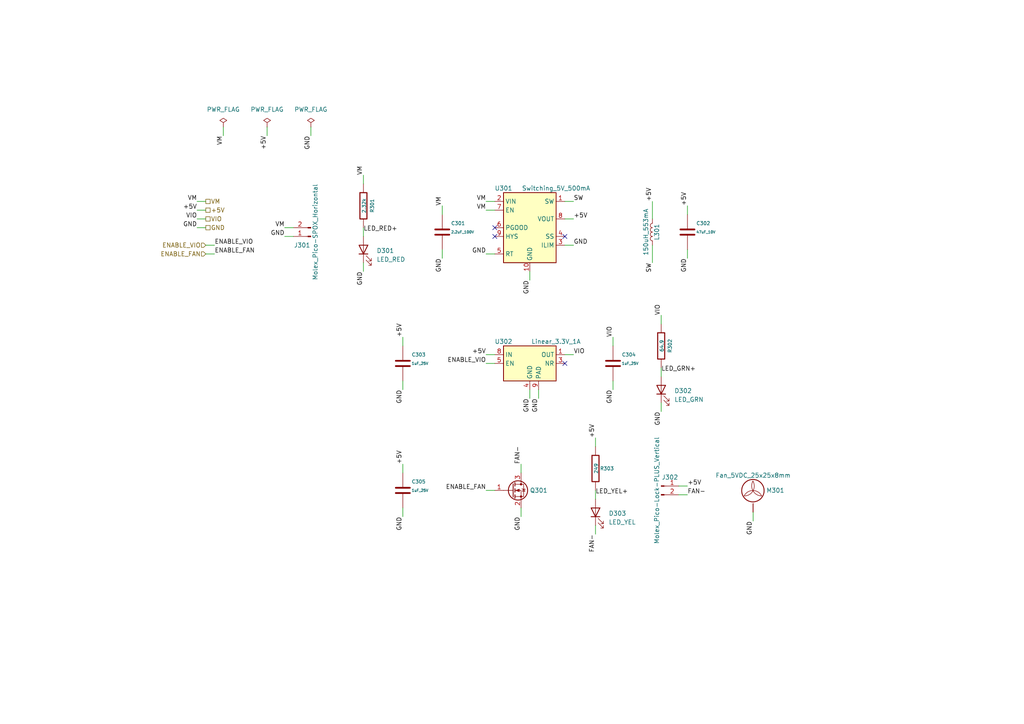
<source format=kicad_sch>
(kicad_sch (version 20230121) (generator eeschema)
  (paper "A4")
  (title_block (title "tmc5130-uart") (date "2024-05-10") (rev "1.0") (company "Howard Hughes Medical Institute"))
  (lib_symbols
    (symbol "Janelia:C_1uF_25V_0402" (pin_numbers hide) (pin_names (offset 0.254))
      (property "Reference" "C" (at 0 2.54 0))
      (property "Value" "1uF_25V" (at 0 0 0))
      (symbol "C_1uF_25V_0402_0_1"
        (polyline (pts (xy -2.032 -0.762) (xy 2.032 -0.762)) (stroke (width 0.508)))
        (polyline (pts (xy -2.032 0.762) (xy 2.032 0.762)) (stroke (width 0.508)))
      )
      (symbol "C_1uF_25V_0402_1_1"
        (pin passive line (at 0 5.08 270) (length 4.318) (name "~") (number "1"))
        (pin passive line (at 0 -5.08 90) (length 4.318) (name "~") (number "2"))
      )
    )
    (symbol "Janelia:C_2.2uF_100V_0805" (pin_numbers hide) (pin_names (offset 0.254))
      (property "Reference" "C" (at 0 2.54 0))
      (property "Value" "2.2uF_100V" (at 0 0 0))
      (symbol "C_2.2uF_100V_0805_0_1"
        (polyline (pts (xy -2.032 -0.762) (xy 2.032 -0.762)) (stroke (width 0.508)))
        (polyline (pts (xy -2.032 0.762) (xy 2.032 0.762)) (stroke (width 0.508)))
      )
      (symbol "C_2.2uF_100V_0805_1_1"
        (pin passive line (at 0 5.08 270) (length 4.318) (name "~") (number "1"))
        (pin passive line (at 0 -5.08 90) (length 4.318) (name "~") (number "2"))
      )
    )
    (symbol "Janelia:C_47uF_10V_0805" (pin_numbers hide) (pin_names (offset 0.254))
      (property "Reference" "C" (at 0 2.54 0))
      (property "Value" "47uF_10V" (at 0 0 0))
      (symbol "C_47uF_10V_0805_0_1"
        (polyline (pts (xy -2.032 -0.762) (xy 2.032 -0.762)) (stroke (width 0.508)))
        (polyline (pts (xy -2.032 0.762) (xy 2.032 0.762)) (stroke (width 0.508)))
      )
      (symbol "C_47uF_10V_0805_1_1"
        (pin passive line (at 0 5.08 270) (length 4.318) (name "~") (number "1"))
        (pin passive line (at 0 -5.08 90) (length 4.318) (name "~") (number "2"))
      )
    )
    (symbol "Janelia:Conn_01x02_P1.25mm_Molex_Micro-Lock-PLUS-505568_Vertical" (pin_names (offset 1.016) hide)
      (property "Reference" "J" (at 2.54 2.54 0))
      (property "Value" "Molex_Pico-Lock-PLUS_Vertical" (at -1.27 -1.27 90))
      (symbol "Conn_01x02_P1.25mm_Molex_Micro-Lock-PLUS-505568_Vertical_1_1"
        (polyline (pts (xy 1.27 -2.54) (xy 0.8636 -2.54)) (stroke (width 0.1524)))
        (polyline (pts (xy 1.27 0) (xy 0.8636 0)) (stroke (width 0.1524)))
        (rectangle (start 0.8636 -2.413) (end 0 -2.667) (stroke (width 0.1524)) (fill (type outline)))
        (rectangle (start 0.8636 0.127) (end 0 -0.127) (stroke (width 0.1524)) (fill (type outline)))
        (pin passive line (at 5.08 0 180) (length 3.81) (name "Pin_1") (number "1"))
        (pin passive line (at 5.08 -2.54 180) (length 3.81) (name "Pin_2") (number "2"))
      )
    )
    (symbol "Janelia:Conn_01x02_P1.5mm_Molex_Pico-SPOX-87438_Horizontal" (pin_names (offset 1.016) hide)
      (property "Reference" "J" (at 2.54 2.54 0))
      (property "Value" "Molex_Pico-SPOX_Horizontal" (at -1.27 -1.27 90))
      (symbol "Conn_01x02_P1.5mm_Molex_Pico-SPOX-87438_Horizontal_1_1"
        (polyline (pts (xy 1.27 -2.54) (xy 0.8636 -2.54)) (stroke (width 0.1524)))
        (polyline (pts (xy 1.27 0) (xy 0.8636 0)) (stroke (width 0.1524)))
        (rectangle (start 0.8636 -2.413) (end 0 -2.667) (stroke (width 0.1524)) (fill (type outline)))
        (rectangle (start 0.8636 0.127) (end 0 -0.127) (stroke (width 0.1524)) (fill (type outline)))
        (pin passive line (at 5.08 0 180) (length 3.81) (name "Pin_1") (number "1"))
        (pin passive line (at 5.08 -2.54 180) (length 3.81) (name "Pin_2") (number "2"))
      )
    )
    (symbol "Janelia:Fan_5VDC_25x25x8mm" (pin_numbers hide) (pin_names (offset 0) hide)
      (property "Reference" "M" (at 3.81 0 0))
      (property "Value" "Fan_5VDC_25x25x8mm" (at 0 5.08 0))
      (symbol "Fan_5VDC_25x25x8mm_0_1"
        (arc (start -2.607 -1.5967) (mid -0.0684 -0.1839) (end -0.067 2.7213))
        (circle (center -0.067 -0.0727) (radius 3.2512) (stroke (width 0.254)))
        (arc (start -0.067 2.7213) (mid -0.0202 -0.1573) (end 2.473 -1.5967))
        (arc (start 2.473 -1.5967) (mid -0.067 -0.0269) (end -2.607 -1.5967))
      )
      (symbol "Fan_5VDC_25x25x8mm_1_1"
        (pin passive line (at 0 -6.35 90) (length 2.54) (name "1") (number "1"))
        (pin passive line (at 0 -6.35 90) (length 2.54) (name "2") (number "2"))
        (pin passive line (at 0 -6.35 90) (length 2.54) (name "3") (number "3"))
      )
    )
    (symbol "Janelia:LED_KNB_20mA_GRN_2.1V_0402" (pin_numbers hide) (pin_names (offset 1.016) hide)
      (property "Reference" "D" (at 0 2.54 0))
      (property "Value" "LED_GRN" (at 0 -2.54 0))
      (symbol "LED_KNB_20mA_GRN_2.1V_0402_0_1"
        (polyline (pts (xy -1.27 -1.27) (xy -1.27 1.27)) (stroke (width 0.254)))
        (polyline (pts (xy -1.27 0) (xy 1.27 0)))
        (polyline (pts (xy 1.27 -1.27) (xy 1.27 1.27) (xy -1.27 0) (xy 1.27 -1.27)) (stroke (width 0.254)))
        (polyline (pts (xy -3.048 -0.762) (xy -4.572 -2.286) (xy -3.81 -2.286) (xy -4.572 -2.286) (xy -4.572 -1.524)))
        (polyline (pts (xy -1.778 -0.762) (xy -3.302 -2.286) (xy -2.54 -2.286) (xy -3.302 -2.286) (xy -3.302 -1.524)))
      )
      (symbol "LED_KNB_20mA_GRN_2.1V_0402_1_1"
        (pin passive line (at -3.81 0 0) (length 2.54) (name "K") (number "1"))
        (pin passive line (at 3.81 0 180) (length 2.54) (name "A") (number "2"))
      )
    )
    (symbol "Janelia:LED_KNB_20mA_RED_1.95V_0402" (pin_numbers hide) (pin_names (offset 1.016) hide)
      (property "Reference" "D" (at 0 2.54 0))
      (property "Value" "LED_RED" (at 0 -2.54 0))
      (symbol "LED_KNB_20mA_RED_1.95V_0402_0_1"
        (polyline (pts (xy -1.27 -1.27) (xy -1.27 1.27)) (stroke (width 0.254)))
        (polyline (pts (xy -1.27 0) (xy 1.27 0)))
        (polyline (pts (xy 1.27 -1.27) (xy 1.27 1.27) (xy -1.27 0) (xy 1.27 -1.27)) (stroke (width 0.254)))
        (polyline (pts (xy -3.048 -0.762) (xy -4.572 -2.286) (xy -3.81 -2.286) (xy -4.572 -2.286) (xy -4.572 -1.524)))
        (polyline (pts (xy -1.778 -0.762) (xy -3.302 -2.286) (xy -2.54 -2.286) (xy -3.302 -2.286) (xy -3.302 -1.524)))
      )
      (symbol "LED_KNB_20mA_RED_1.95V_0402_1_1"
        (pin passive line (at -3.81 0 0) (length 2.54) (name "K") (number "1"))
        (pin passive line (at 3.81 0 180) (length 2.54) (name "A") (number "2"))
      )
    )
    (symbol "Janelia:LED_KNB_20mA_YEL_2V_0402" (pin_numbers hide) (pin_names (offset 1.016) hide)
      (property "Reference" "D" (at 0 2.54 0))
      (property "Value" "LED_YEL" (at 0 -2.54 0))
      (symbol "LED_KNB_20mA_YEL_2V_0402_0_1"
        (polyline (pts (xy -1.27 -1.27) (xy -1.27 1.27)) (stroke (width 0.254)))
        (polyline (pts (xy -1.27 0) (xy 1.27 0)))
        (polyline (pts (xy 1.27 -1.27) (xy 1.27 1.27) (xy -1.27 0) (xy 1.27 -1.27)) (stroke (width 0.254)))
        (polyline (pts (xy -3.048 -0.762) (xy -4.572 -2.286) (xy -3.81 -2.286) (xy -4.572 -2.286) (xy -4.572 -1.524)))
        (polyline (pts (xy -1.778 -0.762) (xy -3.302 -2.286) (xy -2.54 -2.286) (xy -3.302 -2.286) (xy -3.302 -1.524)))
      )
      (symbol "LED_KNB_20mA_YEL_2V_0402_1_1"
        (pin passive line (at -3.81 0 0) (length 2.54) (name "K") (number "1"))
        (pin passive line (at 3.81 0 180) (length 2.54) (name "A") (number "2"))
      )
    )
    (symbol "Janelia:L_150uH_553mA" (pin_numbers hide) (pin_names (offset 1.016) hide)
      (property "Reference" "L" (at -1.27 0 90))
      (property "Value" "150uH_553mA" (at 1.905 0 90))
      (symbol "L_150uH_553mA_0_1"
        (arc (start 0 -2.54) (mid 0.6323 -1.905) (end 0 -1.27))
        (arc (start 0 -1.27) (mid 0.6323 -0.635) (end 0 0))
        (arc (start 0 0) (mid 0.6323 0.635) (end 0 1.27))
        (arc (start 0 1.27) (mid 0.6323 1.905) (end 0 2.54))
      )
      (symbol "L_150uH_553mA_1_1"
        (pin passive line (at 0 3.81 270) (length 1.27) (name "1") (number "1"))
        (pin passive line (at 0 -3.81 90) (length 1.27) (name "2") (number "2"))
      )
    )
    (symbol "Janelia:MOSFET-N-CH-EN-CSD17483F4" (pin_names hide)
      (property "Reference" "Q" (at 5.08 0 0))
      (symbol "MOSFET-N-CH-EN-CSD17483F4_0_1"
        (polyline (pts (xy 0.254 0) (xy -2.54 0)))
        (polyline (pts (xy 0.254 1.905) (xy 0.254 -1.905)) (stroke (width 0.254)))
        (polyline (pts (xy 0.762 -1.27) (xy 0.762 -2.286)) (stroke (width 0.254)))
        (polyline (pts (xy 0.762 0.508) (xy 0.762 -0.508)) (stroke (width 0.254)))
        (polyline (pts (xy 0.762 2.286) (xy 0.762 1.27)) (stroke (width 0.254)))
        (polyline (pts (xy 2.54 2.54) (xy 2.54 1.778)))
        (polyline (pts (xy 2.54 -2.54) (xy 2.54 0) (xy 0.762 0)))
        (polyline (pts (xy 0.762 -1.778) (xy 3.302 -1.778) (xy 3.302 1.778) (xy 0.762 1.778)))
        (polyline (pts (xy 1.016 0) (xy 2.032 0.381) (xy 2.032 -0.381) (xy 1.016 0)) (fill (type outline)))
        (polyline (pts (xy 2.794 0.508) (xy 2.921 0.381) (xy 3.683 0.381) (xy 3.81 0.254)))
        (polyline (pts (xy 3.302 0.381) (xy 2.921 -0.254) (xy 3.683 -0.254) (xy 3.302 0.381)))
        (circle (center 1.651 0) (radius 2.794) (stroke (width 0.254)))
        (circle (center 2.54 -1.778) (radius 0.254) (fill (type outline)))
        (circle (center 2.54 1.778) (radius 0.254) (fill (type outline)))
      )
      (symbol "MOSFET-N-CH-EN-CSD17483F4_1_1"
        (pin input line (at -5.08 0 0) (length 2.54) (name "G") (number "1"))
        (pin passive line (at 2.54 -5.08 90) (length 2.54) (name "S") (number "2"))
        (pin passive line (at 2.54 5.08 270) (length 2.54) (name "D") (number "3"))
      )
    )
    (symbol "Janelia:R_2.32k_1W_0805" (pin_numbers hide) (pin_names (offset 0))
      (property "Reference" "R" (at 2.032 0 90))
      (property "Value" "2.32k" (at 0.1778 0.0254 90))
      (symbol "R_2.32k_1W_0805_0_1"
        (rectangle (start -1.016 3.81) (end 1.016 -3.81) (stroke (width 0.3048)))
      )
      (symbol "R_2.32k_1W_0805_1_1"
        (pin passive line (at 0 6.35 270) (length 2.54) (name "~") (number "1"))
        (pin passive line (at 0 -6.35 90) (length 2.54) (name "~") (number "2"))
      )
    )
    (symbol "Janelia:R_249_0.06W_0402" (pin_numbers hide) (pin_names (offset 0))
      (property "Reference" "R" (at 2.032 0 90))
      (property "Value" "249" (at 0.1778 0.0254 90))
      (symbol "R_249_0.06W_0402_0_1"
        (rectangle (start -1.016 3.81) (end 1.016 -3.81) (stroke (width 0.3048)))
      )
      (symbol "R_249_0.06W_0402_1_1"
        (pin passive line (at 0 6.35 270) (length 2.54) (name "~") (number "1"))
        (pin passive line (at 0 -6.35 90) (length 2.54) (name "~") (number "2"))
      )
    )
    (symbol "Janelia:R_64.9_0.1W_0402" (pin_numbers hide) (pin_names (offset 0))
      (property "Reference" "R" (at 2.032 0 90))
      (property "Value" "64.9" (at 0.1778 0.0254 90))
      (symbol "R_64.9_0.1W_0402_0_1"
        (rectangle (start -1.016 3.81) (end 1.016 -3.81) (stroke (width 0.3048)))
      )
      (symbol "R_64.9_0.1W_0402_1_1"
        (pin passive line (at 0 6.35 270) (length 2.54) (name "~") (number "1"))
        (pin passive line (at 0 -6.35 90) (length 2.54) (name "~") (number "2"))
      )
    )
    (symbol "Janelia:Regulator_Linear_3.3V_1A_5.5Vin_TPS73733QDRBRQ1"
      (property "Reference" "U" (at -7.62 6.35 0))
      (property "Value" "Linear_3.3V_1A" (at 7.62 6.35 0))
      (symbol "Regulator_Linear_3.3V_1A_5.5Vin_TPS73733QDRBRQ1_0_1"
        (rectangle (start -7.62 -5.08) (end 7.62 5.08) (stroke (width 0.254)) (fill (type background)))
      )
      (symbol "Regulator_Linear_3.3V_1A_5.5Vin_TPS73733QDRBRQ1_1_1"
        (pin power_out line (at 10.16 2.54 180) (length 2.54) (name "OUT") (number "1"))
        (pin no_connect line (at 5.08 -7.62 90) (length 2.54) hide (name "2") (number "2"))
        (pin passive line (at 10.16 0 180) (length 2.54) (name "NR") (number "3"))
        (pin power_in line (at 0 -7.62 90) (length 2.54) (name "GND") (number "4"))
        (pin input line (at -10.16 0 0) (length 2.54) (name "EN") (number "5"))
        (pin no_connect line (at -2.54 -7.62 90) (length 2.54) hide (name "6") (number "6"))
        (pin no_connect line (at -10.16 -2.54 0) (length 2.54) hide (name "7") (number "7"))
        (pin power_in line (at -10.16 2.54 0) (length 2.54) (name "IN") (number "8"))
        (pin power_in line (at 2.54 -7.62 90) (length 2.54) (name "PAD") (number "9"))
      )
    )
    (symbol "Janelia:Regulator_Switching_5V_500mA_LM5166X"
      (property "Reference" "U" (at -7.62 11.43 0))
      (property "Value" "Switching_5V_500mA" (at 7.62 11.43 0))
      (symbol "Regulator_Switching_5V_500mA_LM5166X_0_1"
        (rectangle (start -7.62 10.16) (end 7.62 -10.16) (stroke (width 0.254)) (fill (type background)))
      )
      (symbol "Regulator_Switching_5V_500mA_LM5166X_1_1"
        (pin power_out line (at 10.16 7.62 180) (length 2.54) (name "SW") (number "1"))
        (pin power_in line (at 0 -12.7 90) (length 2.54) (name "GND") (number "10"))
        (pin passive line (at 0 -12.7 90) (length 2.54) hide (name "GND") (number "11"))
        (pin power_in line (at -10.16 7.62 0) (length 2.54) (name "VIN") (number "2"))
        (pin input line (at 10.16 -5.08 180) (length 2.54) (name "ILIM") (number "3"))
        (pin input line (at 10.16 -2.54 180) (length 2.54) (name "SS") (number "4"))
        (pin input line (at -10.16 -7.62 0) (length 2.54) (name "RT") (number "5"))
        (pin output line (at -10.16 0 0) (length 2.54) (name "PGOOD") (number "6"))
        (pin input line (at -10.16 5.08 0) (length 2.54) (name "EN") (number "7"))
        (pin input line (at 10.16 2.54 180) (length 2.54) (name "VOUT") (number "8"))
        (pin output line (at -10.16 -2.54 0) (length 2.54) (name "HYS") (number "9"))
      )
    )
    (symbol "power:PWR_FLAG" (power) (pin_numbers hide) (pin_names (offset 0) hide)
      (property "Value" "PWR_FLAG" (at 0 3.81 0))
      (symbol "PWR_FLAG_0_0"
        (pin power_out line (at 0 0 90) (length 0) (name "pwr") (number "1"))
      )
      (symbol "PWR_FLAG_0_1"
        (polyline (pts (xy 0 0) (xy 0 1.27) (xy -1.016 1.905) (xy 0 2.54) (xy 1.016 1.905) (xy 0 1.27)))
      )
    )
  )
  (no_connect (at 163.83 68.58))
  (no_connect (at 143.51 66.04))
  (no_connect (at 143.51 68.58))
  (no_connect (at 163.83 105.41))
  (wire (pts (xy 196.85 140.97) (xy 199.39 140.97)))
  (wire (pts (xy 151.13 137.16) (xy 151.13 134.62)))
  (wire (pts (xy 189.23 58.42) (xy 189.23 63.5)))
  (wire (pts (xy 156.21 113.03) (xy 156.21 115.57)))
  (wire (pts (xy 59.69 66.04) (xy 57.15 66.04)))
  (wire (pts (xy 191.77 93.98) (xy 191.77 91.44)))
  (wire (pts (xy 218.44 148.59) (xy 218.44 151.13)))
  (wire (pts (xy 116.84 100.33) (xy 116.84 97.79)))
  (wire (pts (xy 196.85 143.51) (xy 199.39 143.51)))
  (wire (pts (xy 177.8 100.33) (xy 177.8 97.79)))
  (wire (pts (xy 177.8 110.49) (xy 177.8 113.03)))
  (wire (pts (xy 128.27 62.23) (xy 128.27 59.69)))
  (wire (pts (xy 90.17 36.83) (xy 90.17 39.37)))
  (wire (pts (xy 143.51 142.24) (xy 140.97 142.24)))
  (wire (pts (xy 163.83 58.42) (xy 166.37 58.42)))
  (wire (pts (xy 77.47 36.83) (xy 77.47 39.37)))
  (wire (pts (xy 116.84 137.16) (xy 116.84 134.62)))
  (wire (pts (xy 143.51 102.87) (xy 140.97 102.87)))
  (wire (pts (xy 153.67 78.74) (xy 153.67 81.28)))
  (wire (pts (xy 59.69 71.12) (xy 62.23 71.12)))
  (wire (pts (xy 128.27 72.39) (xy 128.27 74.93)))
  (wire (pts (xy 191.77 116.84) (xy 191.77 119.38)))
  (wire (pts (xy 59.69 73.66) (xy 62.23 73.66)))
  (wire (pts (xy 172.72 152.4) (xy 172.72 154.94)))
  (wire (pts (xy 59.69 60.96) (xy 57.15 60.96)))
  (wire (pts (xy 163.83 71.12) (xy 166.37 71.12)))
  (wire (pts (xy 189.23 71.12) (xy 189.23 76.2)))
  (wire (pts (xy 153.67 113.03) (xy 153.67 115.57)))
  (wire (pts (xy 191.77 106.68) (xy 191.77 109.22)))
  (wire (pts (xy 143.51 58.42) (xy 140.97 58.42)))
  (wire (pts (xy 199.39 62.23) (xy 199.39 59.69)))
  (wire (pts (xy 105.41 53.34) (xy 105.41 50.8)))
  (wire (pts (xy 116.84 110.49) (xy 116.84 113.03)))
  (wire (pts (xy 105.41 76.2) (xy 105.41 78.74)))
  (wire (pts (xy 172.72 142.24) (xy 172.72 144.78)))
  (wire (pts (xy 105.41 66.04) (xy 105.41 68.58)))
  (wire (pts (xy 143.51 73.66) (xy 140.97 73.66)))
  (wire (pts (xy 59.69 58.42) (xy 57.15 58.42)))
  (wire (pts (xy 199.39 72.39) (xy 199.39 74.93)))
  (wire (pts (xy 85.09 66.04) (xy 82.55 66.04)))
  (wire (pts (xy 85.09 68.58) (xy 82.55 68.58)))
  (wire (pts (xy 151.13 147.32) (xy 151.13 149.86)))
  (wire (pts (xy 163.83 63.5) (xy 166.37 63.5)))
  (wire (pts (xy 143.51 105.41) (xy 140.97 105.41)))
  (wire (pts (xy 172.72 129.54) (xy 172.72 127)))
  (wire (pts (xy 59.69 63.5) (xy 57.15 63.5)))
  (wire (pts (xy 64.77 36.83) (xy 64.77 39.37)))
  (wire (pts (xy 143.51 60.96) (xy 140.97 60.96)))
  (wire (pts (xy 163.83 102.87) (xy 166.37 102.87)))
  (wire (pts (xy 116.84 147.32) (xy 116.84 149.86)))
  (label "ENABLE_VIO" (at 140.97 105.41 180))
  (label "+5V" (at 140.97 102.87 180))
  (label "+5V" (at 116.84 97.79 90))
  (label "GND" (at 90.17 39.37 270))
  (label "VIO" (at 177.8 97.79 90))
  (label "GND" (at 105.41 78.74 270))
  (label "VM" (at 105.41 50.8 90))
  (label "GND" (at 140.97 73.66 180))
  (label "GND" (at 82.55 68.58 180))
  (label "+5V" (at 172.72 127 90))
  (label "GND" (at 177.8 113.03 270))
  (label "VM" (at 82.55 66.04 180))
  (label "ENABLE_FAN" (at 62.23 73.66 0))
  (label "GND" (at 116.84 149.86 270))
  (label "+5V" (at 166.37 63.5 0))
  (label "VM" (at 140.97 58.42 180))
  (label "VM" (at 128.27 59.69 90))
  (label "+5V" (at 199.39 140.97 0))
  (label "GND" (at 116.84 113.03 270))
  (label "FAN-" (at 199.39 143.51 0))
  (label "VIO" (at 166.37 102.87 0))
  (label "GND" (at 166.37 71.12 0))
  (label "VM" (at 140.97 60.96 180))
  (label "+5V" (at 116.84 134.62 90))
  (label "GND" (at 199.39 74.93 270))
  (label "FAN-" (at 172.72 154.94 270))
  (label "+5V" (at 189.23 58.42 90))
  (label "GND" (at 128.27 74.93 270))
  (label "SW" (at 166.37 58.42 0))
  (label "GND" (at 218.44 151.13 270))
  (label "LED_GRN+" (at 191.77 107.95 0))
  (label "LED_RED+" (at 105.41 67.31 0))
  (label "LED_YEL+" (at 172.72 143.51 0))
  (label "VM" (at 57.15 58.42 180))
  (label "VM" (at 64.77 39.37 270))
  (label "GND" (at 57.15 66.04 180))
  (label "+5V" (at 57.15 60.96 180))
  (label "GND" (at 153.67 81.28 270))
  (label "GND" (at 151.13 149.86 270))
  (label "VIO" (at 191.77 91.44 90))
  (label "FAN-" (at 151.13 134.62 90))
  (label "GND" (at 191.77 119.38 270))
  (label "ENABLE_FAN" (at 140.97 142.24 180))
  (label "GND" (at 153.67 115.57 270))
  (label "ENABLE_VIO" (at 62.23 71.12 0))
  (label "GND" (at 156.21 115.57 270))
  (label "+5V" (at 199.39 59.69 90))
  (label "+5V" (at 77.47 39.37 270))
  (label "SW" (at 189.23 76.2 270))
  (label "VIO" (at 57.15 63.5 180))
  (hierarchical_label "+5V" (shape passive) (at 59.69 60.96 0))
  (hierarchical_label "VIO" (shape passive) (at 59.69 63.5 0))
  (hierarchical_label "ENABLE_FAN" (shape input) (at 59.69 73.66 180))
  (hierarchical_label "GND" (shape passive) (at 59.69 66.04 0))
  (hierarchical_label "VM" (shape passive) (at 59.69 58.42 0))
  (hierarchical_label "ENABLE_VIO" (shape input) (at 59.69 71.12 180))
  (symbol (lib_id "Janelia:LED_KNB_20mA_YEL_2V_0402") (at 172.72 148.59 90) (unit 1)
    (property "Reference" "D303" (at 176.53 148.9075 90) (effects (justify right)))
    (property "Value" "LED_YEL" (at 176.53 151.4475 90) (effects (justify right)))
    (property "Footprint" "Janelia:LED_0402-1005_KNB" (effects hide))
    (property "Synopsis" "LED YELLOW CLEAR CHIP SMD" (effects hide))
    (property "Package" "0402" (effects hide))
    (property "Manufacturer" "Kingbright" (effects hide))
    (property "Manufacturer Part Number" "APHHS1005SYCK" (effects hide))
    (property "Vendor" "Digi-Key" (effects hide))
    (property "Vendor Part Number" "754-1105-1-ND" (effects hide))
    (property "LCSC" "C5875733" (effects hide))
  )
  (symbol (lib_id "Janelia:Regulator_Linear_3.3V_1A_5.5Vin_TPS73733QDRBRQ1") (at 153.67 105.41 0) (unit 1)
    (property "Reference" "U302" (at 146.05 99.06 0))
    (property "Value" "Linear_3.3V_1A" (at 161.29 99.06 0))
    (property "Footprint" "Janelia:TPS737Q1" (effects hide))
    (property "Synopsis" "IC REG LINEAR 3.3V 1A" (effects hide))
    (property "Package" "VSON-8-EP(3x3)" (effects hide))
    (property "Manufacturer" "Texas Instruments" (effects hide))
    (property "Manufacturer Part Number" "TPS73733QDRBRQ1" (effects hide))
    (property "Vendor" "Digi-Key" (effects hide))
    (property "Vendor Part Number" "296-24157-1-ND" (effects hide))
    (property "LCSC" "C523768" (effects hide))
  )
  (symbol (lib_id "power:PWR_FLAG") (at 90.17 36.83 0) (unit 1)
    (property "Reference" "#FLG0303" (effects hide))
    (property "Value" "PWR_FLAG" (at 90.17 31.75 0))
  )
  (symbol (lib_id "Janelia:Conn_01x02_P1.25mm_Molex_Micro-Lock-PLUS-505568_Vertical") (at 191.77 140.97 0) (unit 1)
    (property "Reference" "J302" (at 194.31 138.43 0))
    (property "Value" "Molex_Pico-Lock-PLUS_Vertical" (at 190.5 142.24 90))
    (property "Footprint" "Janelia:Molex_Micro-Lock-PLUS-505568_1x02_P1.25mm_Vertical" (effects hide))
    (property "Synopsis" "CONN HEADER SMD 2POS 1.25MM" (effects hide))
    (property "Manufacturer" "Molex" (effects hide))
    (property "Manufacturer Part Number" "5055680281" (effects hide))
    (property "Vendor" "Digi-Key" (effects hide))
    (property "Vendor Part Number" "WM26831CT-ND" (effects hide))
    (property "LCSC" "C17180191" (effects hide))
    (property "Package" "SMD" (effects hide))
  )
  (symbol (lib_id "Janelia:C_47uF_10V_0805") (at 199.39 67.31 0) (unit 1)
    (property "Reference" "C302" (at 201.93 64.77 0) (effects (font (size 1.016 1.016)) (justify left)))
    (property "Value" "47uF_10V" (at 201.93 67.31 0) (effects (font (size 0.762 0.762)) (justify left)))
    (property "Footprint" "Janelia:C_0805_2012Metric" (effects hide))
    (property "Vendor" "Digi-Key" (effects hide))
    (property "Vendor Part Number" "445-8239-1-ND" (effects hide))
    (property "Package" "0805" (effects hide))
    (property "Manufacturer" "TDK Corporation" (effects hide))
    (property "Manufacturer Part Number" "C2012X5R1A476M125AC" (effects hide))
    (property "Synopsis" "CAP CER 47UF 10V X5R" (effects hide))
    (property "LCSC" "C2182652" (effects hide))
  )
  (symbol (lib_id "Janelia:L_150uH_553mA") (at 189.23 67.31 180) (unit 1)
    (property "Reference" "L301" (at 190.5 67.31 90))
    (property "Value" "150uH_553mA" (at 187.325 67.31 90))
    (property "Footprint" "Janelia:IND_CB_SD25" (effects hide))
    (property "Manufacturer" "Eaton - Electronics Division" (effects hide))
    (property "Manufacturer Part Number" "SD25-151-R" (effects hide))
    (property "Vendor" "Digi-Key" (effects hide))
    (property "Vendor Part Number" "283-4694-1-ND" (effects hide))
    (property "Synopsis" "FIXED IND 150UH 553MA 872.3 MOHM" (effects hide))
    (property "LCSC" "C2453193" (effects hide))
    (property "Package" "SMD-4P_5.2x5.2mm" (effects hide))
  )
  (symbol (lib_id "Janelia:R_249_0.06W_0402") (at 172.72 135.89 0) (unit 1)
    (property "Reference" "R303" (at 173.99 135.89 0) (effects (font (size 1.016 1.016)) (justify left)))
    (property "Value" "249" (at 172.8978 135.8646 90) (effects (font (size 1.016 1.016))))
    (property "Footprint" "Janelia:R_0402_1005Metric" (effects hide))
    (property "Vendor" "Digi-Key" (effects hide))
    (property "Vendor Part Number" "541-249LCT-ND" (effects hide))
    (property "Synopsis" "RES SMD 249 OHM 1% 1/16W" (effects hide))
    (property "Package" "0402" (effects hide))
    (property "Manufacturer" "Vishay Dale" (effects hide))
    (property "Manufacturer Part Number" "CRCW0402249RFKED" (effects hide))
    (property "LCSC" "C482112" (effects hide))
  )
  (symbol (lib_id "Janelia:Conn_01x02_P1.5mm_Molex_Pico-SPOX-87438_Horizontal") (at 90.17 68.58 180) (unit 1)
    (property "Reference" "J301" (at 87.63 71.12 0))
    (property "Value" "Molex_Pico-SPOX_Horizontal" (at 91.44 67.31 90))
    (property "Footprint" "Janelia:Molex_Pico-SPOX-87438_1x02-P1.5mm_Horizontal" (effects hide))
    (property "Manufacturer" "Molex" (effects hide))
    (property "Manufacturer Part Number" "0874380243" (effects hide))
    (property "Vendor" "Digi-Key" (effects hide))
    (property "Vendor Part Number" "WM7646CT-ND" (effects hide))
    (property "Synopsis" "CONN HEADER SMD R/A 2POS 1.5MM" (effects hide))
    (property "LCSC" "C240853" (effects hide))
    (property "Package" "SMD_P=1.5mm" (effects hide))
  )
  (symbol (lib_id "Janelia:C_1uF_25V_0402") (at 177.8 105.41 0) (unit 1)
    (property "Reference" "C304" (at 180.34 102.87 0) (effects (font (size 1.016 1.016)) (justify left)))
    (property "Value" "1uF_25V" (at 180.34 105.41 0) (effects (font (size 0.762 0.762)) (justify left)))
    (property "Footprint" "Janelia:C_0402_1005Metric" (effects hide))
    (property "Vendor" "Digi-Key" (effects hide))
    (property "Vendor Part Number" "490-12263-1-ND" (effects hide))
    (property "Synopsis" "CAP CER 1UF 25V X5R" (effects hide))
    (property "Package" "0402" (effects hide))
    (property "Manufacturer" "Murata Electronics" (effects hide))
    (property "Manufacturer Part Number" "GRT155R61E105KE01D" (effects hide))
    (property "LCSC" "C711085" (effects hide))
  )
  (symbol (lib_id "Janelia:C_2.2uF_100V_0805") (at 128.27 67.31 0) (unit 1)
    (property "Reference" "C301" (at 130.81 64.77 0) (effects (font (size 1.016 1.016)) (justify left)))
    (property "Value" "2.2uF_100V" (at 130.81 67.31 0) (effects (font (size 0.762 0.762)) (justify left)))
    (property "Footprint" "Janelia:C_0805_2012Metric" (effects hide))
    (property "Vendor" "Digi-Key" (effects hide))
    (property "Vendor Part Number" "490-GRM21BD72A225KE01LCT-ND" (effects hide))
    (property "Package" "0805" (effects hide))
    (property "Manufacturer" "Murata Electronics" (effects hide))
    (property "Manufacturer Part Number" "GRM21BD72A225KE01L" (effects hide))
    (property "Synopsis" "CAP CER 2.2UF 100V X7T 0805" (effects hide))
    (property "LCSC" "C2981733" (effects hide))
  )
  (symbol (lib_id "Janelia:LED_KNB_20mA_RED_1.95V_0402") (at 105.41 72.39 90) (unit 1)
    (property "Reference" "D301" (at 109.22 72.7075 90) (effects (justify right)))
    (property "Value" "LED_RED" (at 109.22 75.2475 90) (effects (justify right)))
    (property "Footprint" "Janelia:LED_0402-1005_KNB" (effects hide))
    (property "Synopsis" "LED RED CLEAR CHIP SMD" (effects hide))
    (property "Package" "0402" (effects hide))
    (property "Manufacturer" "Kingbright" (effects hide))
    (property "Manufacturer Part Number" "APHHS1005SURCK" (effects hide))
    (property "Vendor" "Digi-Key" (effects hide))
    (property "Vendor Part Number" "754-1104-1-ND" (effects hide))
    (property "LCSC" "C2852592" (effects hide))
  )
  (symbol (lib_id "Janelia:LED_KNB_20mA_GRN_2.1V_0402") (at 191.77 113.03 90) (unit 1)
    (property "Reference" "D302" (at 195.58 113.3475 90) (effects (justify right)))
    (property "Value" "LED_GRN" (at 195.58 115.8875 90) (effects (justify right)))
    (property "Footprint" "Janelia:LED_0402-1005_KNB" (effects hide))
    (property "Synopsis" "LED GREEN CLEAR CHIP SMD" (effects hide))
    (property "Package" "0402" (effects hide))
    (property "Manufacturer" "Kingbright" (effects hide))
    (property "Manufacturer Part Number" "APHHS1005CGCK" (effects hide))
    (property "Vendor" "Digi-Key" (effects hide))
    (property "Vendor Part Number" "754-1101-1-ND" (effects hide))
    (property "LCSC" "C2853065" (effects hide))
  )
  (symbol (lib_id "Janelia:C_1uF_25V_0402") (at 116.84 142.24 0) (unit 1)
    (property "Reference" "C305" (at 119.38 139.7 0) (effects (font (size 1.016 1.016)) (justify left)))
    (property "Value" "1uF_25V" (at 119.38 142.24 0) (effects (font (size 0.762 0.762)) (justify left)))
    (property "Footprint" "Janelia:C_0402_1005Metric" (effects hide))
    (property "Vendor" "Digi-Key" (effects hide))
    (property "Vendor Part Number" "490-12263-1-ND" (effects hide))
    (property "Synopsis" "CAP CER 1UF 25V X5R" (effects hide))
    (property "Package" "0402" (effects hide))
    (property "Manufacturer" "Murata Electronics" (effects hide))
    (property "Manufacturer Part Number" "GRT155R61E105KE01D" (effects hide))
    (property "LCSC" "C711085" (effects hide))
  )
  (symbol (lib_id "power:PWR_FLAG") (at 77.47 36.83 0) (unit 1)
    (property "Reference" "#FLG0302" (effects hide))
    (property "Value" "PWR_FLAG" (at 77.47 31.75 0))
  )
  (symbol (lib_id "Janelia:R_64.9_0.1W_0402") (at 191.77 100.33 0) (unit 1)
    (property "Reference" "R302" (at 194.31 100.33 90) (effects (font (size 1.016 1.016))))
    (property "Value" "64.9" (at 191.9478 100.3046 90) (effects (font (size 1.016 1.016))))
    (property "Footprint" "Janelia:R_0402_1005Metric" (effects hide))
    (property "Vendor" "Digi-Key" (effects hide))
    (property "Vendor Part Number" "P64.9LCT-ND" (effects hide))
    (property "Package" "0402" (effects hide))
    (property "Manufacturer" "Panasonic Electronic Components" (effects hide))
    (property "Manufacturer Part Number" "ERJ-2RKF64R9X" (effects hide))
    (property "Synopsis" "RES SMD 64.9 OHM 1% 1/10W" (effects hide))
    (property "LCSC" "C2076866" (effects hide))
  )
  (symbol (lib_id "power:PWR_FLAG") (at 64.77 36.83 0) (unit 1)
    (property "Reference" "#FLG0301" (effects hide))
    (property "Value" "PWR_FLAG" (at 64.77 31.75 0))
  )
  (symbol (lib_id "Janelia:R_2.32k_1W_0805") (at 105.41 59.69 0) (unit 1)
    (property "Reference" "R301" (at 107.95 59.69 90) (effects (font (size 1.016 1.016))))
    (property "Value" "2.32k" (at 105.5878 59.6646 90) (effects (font (size 1.016 1.016))))
    (property "Footprint" "Janelia:R_0805_2012Metric" (effects hide))
    (property "Package" "0805" (effects hide))
    (property "Manufacturer" "TE Connectivity Passive Product" (effects hide))
    (property "Manufacturer Part Number" "RA73F2A2K32BTD" (effects hide))
    (property "Vendor" "Digi-Key" (effects hide))
    (property "Vendor Part Number" "1712-RA73F2A2K32BTDCT-ND" (effects hide))
    (property "Synopsis" "RA73F 2A 2K32 0.1% 5K RL" (effects hide))
    (property "LCSC" "C3961061" (effects hide))
  )
  (symbol (lib_id "Janelia:Regulator_Switching_5V_500mA_LM5166X") (at 153.67 66.04 0) (unit 1)
    (property "Reference" "U301" (at 146.05 54.61 0))
    (property "Value" "Switching_5V_500mA" (at 161.29 54.61 0))
    (property "Footprint" "Janelia:Texas_S-PVSON-N10_ThermalVias" (effects hide))
    (property "Synopsis" "IC REG BUCK 5V 500MA" (effects hide))
    (property "Package" "VSON-10-EP(3x3)" (effects hide))
    (property "Manufacturer" "Texas Instruments" (effects hide))
    (property "Manufacturer Part Number" "LM5166XDRCR" (effects hide))
    (property "Vendor" "Digi-Key" (effects hide))
    (property "Vendor Part Number" "296-47662-1-ND" (effects hide))
    (property "LCSC" "C2876564" (effects hide))
  )
  (symbol (lib_id "Janelia:MOSFET-N-CH-EN-CSD17483F4") (at 148.59 142.24 0) (unit 1)
    (property "Reference" "Q301" (at 153.67 142.24 0) (effects (justify left)))
    (property "Value" "MOSFET-N-CH" (effects hide))
    (property "Footprint" "Janelia:XFDFN-3" (effects hide))
    (property "Synopsis" "MOSFET N-CH 30V 1.5A 3PICOSTAR" (effects hide))
    (property "Manufacturer" "Texas Instruments" (effects hide))
    (property "Manufacturer Part Number" "CSD17483F4" (effects hide))
    (property "Vendor" "Digi-Key" (effects hide))
    (property "Vendor Part Number" "296-38914-1-ND" (effects hide))
    (property "Sim.Enable" "0" (effects hide))
    (property "LCSC" "C139403" (effects hide))
    (property "Package" "PicoStar-3" (effects hide))
  )
  (symbol (lib_id "Janelia:Fan_5VDC_25x25x8mm") (at 218.44 142.24 0) (unit 1) (in_bom no)
    (property "Reference" "M301" (at 222.25 142.24 0) (effects (justify left)))
    (property "Value" "Fan_5VDC_25x25x8mm" (at 218.44 137.16 0) (effects (justify top)))
    (property "Footprint" "Janelia:FAN_5VDC_25x25x8mm" (effects hide))
    (property "Synopsis" "FAN AXIAL 25X8MM 5VDC WIRE" (effects hide))
    (property "Manufacturer" "ebm-papst Inc." (effects hide))
    (property "Manufacturer Part Number" "255M" (effects hide))
    (property "Vendor" "Digi-Key" (effects hide))
    (property "Vendor Part Number" "381-2353-ND" (effects hide))
  )
  (symbol (lib_id "Janelia:C_1uF_25V_0402") (at 116.84 105.41 0) (unit 1)
    (property "Reference" "C303" (at 119.38 102.87 0) (effects (font (size 1.016 1.016)) (justify left)))
    (property "Value" "1uF_25V" (at 119.38 105.41 0) (effects (font (size 0.762 0.762)) (justify left)))
    (property "Footprint" "Janelia:C_0402_1005Metric" (effects hide))
    (property "Vendor" "Digi-Key" (effects hide))
    (property "Vendor Part Number" "490-12263-1-ND" (effects hide))
    (property "Synopsis" "CAP CER 1UF 25V X5R" (effects hide))
    (property "Package" "0402" (effects hide))
    (property "Manufacturer" "Murata Electronics" (effects hide))
    (property "Manufacturer Part Number" "GRT155R61E105KE01D" (effects hide))
    (property "LCSC" "C711085" (effects hide))
  )
)
</source>
